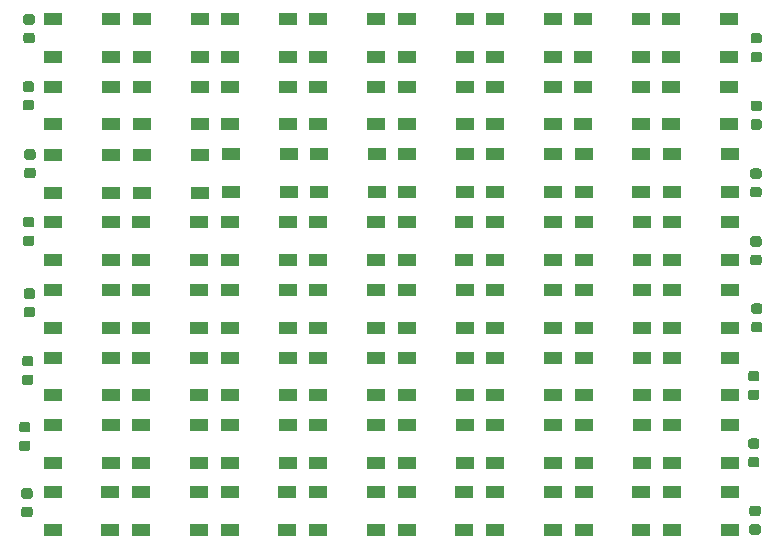
<source format=gbr>
G04 #@! TF.GenerationSoftware,KiCad,Pcbnew,(5.1.4)-1*
G04 #@! TF.CreationDate,2020-09-22T21:35:24+03:00*
G04 #@! TF.ProjectId,ws8212b_disp,77733832-3132-4625-9f64-6973702e6b69,rev?*
G04 #@! TF.SameCoordinates,Original*
G04 #@! TF.FileFunction,Paste,Top*
G04 #@! TF.FilePolarity,Positive*
%FSLAX46Y46*%
G04 Gerber Fmt 4.6, Leading zero omitted, Abs format (unit mm)*
G04 Created by KiCad (PCBNEW (5.1.4)-1) date 2020-09-22 21:35:24*
%MOMM*%
%LPD*%
G04 APERTURE LIST*
%ADD10C,0.100000*%
%ADD11C,0.875000*%
%ADD12R,1.500000X1.000000*%
G04 APERTURE END LIST*
D10*
G36*
X32408691Y-63698653D02*
G01*
X32429926Y-63701803D01*
X32450750Y-63707019D01*
X32470962Y-63714251D01*
X32490368Y-63723430D01*
X32508781Y-63734466D01*
X32526024Y-63747254D01*
X32541930Y-63761670D01*
X32556346Y-63777576D01*
X32569134Y-63794819D01*
X32580170Y-63813232D01*
X32589349Y-63832638D01*
X32596581Y-63852850D01*
X32601797Y-63873674D01*
X32604947Y-63894909D01*
X32606000Y-63916350D01*
X32606000Y-64353850D01*
X32604947Y-64375291D01*
X32601797Y-64396526D01*
X32596581Y-64417350D01*
X32589349Y-64437562D01*
X32580170Y-64456968D01*
X32569134Y-64475381D01*
X32556346Y-64492624D01*
X32541930Y-64508530D01*
X32526024Y-64522946D01*
X32508781Y-64535734D01*
X32490368Y-64546770D01*
X32470962Y-64555949D01*
X32450750Y-64563181D01*
X32429926Y-64568397D01*
X32408691Y-64571547D01*
X32387250Y-64572600D01*
X31874750Y-64572600D01*
X31853309Y-64571547D01*
X31832074Y-64568397D01*
X31811250Y-64563181D01*
X31791038Y-64555949D01*
X31771632Y-64546770D01*
X31753219Y-64535734D01*
X31735976Y-64522946D01*
X31720070Y-64508530D01*
X31705654Y-64492624D01*
X31692866Y-64475381D01*
X31681830Y-64456968D01*
X31672651Y-64437562D01*
X31665419Y-64417350D01*
X31660203Y-64396526D01*
X31657053Y-64375291D01*
X31656000Y-64353850D01*
X31656000Y-63916350D01*
X31657053Y-63894909D01*
X31660203Y-63873674D01*
X31665419Y-63852850D01*
X31672651Y-63832638D01*
X31681830Y-63813232D01*
X31692866Y-63794819D01*
X31705654Y-63777576D01*
X31720070Y-63761670D01*
X31735976Y-63747254D01*
X31753219Y-63734466D01*
X31771632Y-63723430D01*
X31791038Y-63714251D01*
X31811250Y-63707019D01*
X31832074Y-63701803D01*
X31853309Y-63698653D01*
X31874750Y-63697600D01*
X32387250Y-63697600D01*
X32408691Y-63698653D01*
X32408691Y-63698653D01*
G37*
D11*
X32131000Y-64135100D03*
D10*
G36*
X32408691Y-62123653D02*
G01*
X32429926Y-62126803D01*
X32450750Y-62132019D01*
X32470962Y-62139251D01*
X32490368Y-62148430D01*
X32508781Y-62159466D01*
X32526024Y-62172254D01*
X32541930Y-62186670D01*
X32556346Y-62202576D01*
X32569134Y-62219819D01*
X32580170Y-62238232D01*
X32589349Y-62257638D01*
X32596581Y-62277850D01*
X32601797Y-62298674D01*
X32604947Y-62319909D01*
X32606000Y-62341350D01*
X32606000Y-62778850D01*
X32604947Y-62800291D01*
X32601797Y-62821526D01*
X32596581Y-62842350D01*
X32589349Y-62862562D01*
X32580170Y-62881968D01*
X32569134Y-62900381D01*
X32556346Y-62917624D01*
X32541930Y-62933530D01*
X32526024Y-62947946D01*
X32508781Y-62960734D01*
X32490368Y-62971770D01*
X32470962Y-62980949D01*
X32450750Y-62988181D01*
X32429926Y-62993397D01*
X32408691Y-62996547D01*
X32387250Y-62997600D01*
X31874750Y-62997600D01*
X31853309Y-62996547D01*
X31832074Y-62993397D01*
X31811250Y-62988181D01*
X31791038Y-62980949D01*
X31771632Y-62971770D01*
X31753219Y-62960734D01*
X31735976Y-62947946D01*
X31720070Y-62933530D01*
X31705654Y-62917624D01*
X31692866Y-62900381D01*
X31681830Y-62881968D01*
X31672651Y-62862562D01*
X31665419Y-62842350D01*
X31660203Y-62821526D01*
X31657053Y-62800291D01*
X31656000Y-62778850D01*
X31656000Y-62341350D01*
X31657053Y-62319909D01*
X31660203Y-62298674D01*
X31665419Y-62277850D01*
X31672651Y-62257638D01*
X31681830Y-62238232D01*
X31692866Y-62219819D01*
X31705654Y-62202576D01*
X31720070Y-62186670D01*
X31735976Y-62172254D01*
X31753219Y-62159466D01*
X31771632Y-62148430D01*
X31791038Y-62139251D01*
X31811250Y-62132019D01*
X31832074Y-62126803D01*
X31853309Y-62123653D01*
X31874750Y-62122600D01*
X32387250Y-62122600D01*
X32408691Y-62123653D01*
X32408691Y-62123653D01*
G37*
D11*
X32131000Y-62560100D03*
D12*
X34253000Y-56845400D03*
X34253000Y-60045400D03*
X39153000Y-56845400D03*
X39153000Y-60045400D03*
X34253000Y-62560400D03*
X34253000Y-65760400D03*
X39153000Y-62560400D03*
X39153000Y-65760400D03*
X34253000Y-68326200D03*
X34253000Y-71526200D03*
X39153000Y-68326200D03*
X39153000Y-71526200D03*
X34227600Y-74041200D03*
X34227600Y-77241200D03*
X39127600Y-74041200D03*
X39127600Y-77241200D03*
X41746000Y-56845400D03*
X41746000Y-60045400D03*
X46646000Y-56845400D03*
X46646000Y-60045400D03*
X41720600Y-62560400D03*
X41720600Y-65760400D03*
X46620600Y-62560400D03*
X46620600Y-65760400D03*
X41746000Y-68326200D03*
X41746000Y-71526200D03*
X46646000Y-68326200D03*
X46646000Y-71526200D03*
X41695200Y-74041200D03*
X41695200Y-77241200D03*
X46595200Y-74041200D03*
X46595200Y-77241200D03*
X49213600Y-56845400D03*
X49213600Y-60045400D03*
X54113600Y-56845400D03*
X54113600Y-60045400D03*
X49188200Y-62560400D03*
X49188200Y-65760400D03*
X54088200Y-62560400D03*
X54088200Y-65760400D03*
X49264400Y-68300800D03*
X49264400Y-71500800D03*
X54164400Y-68300800D03*
X54164400Y-71500800D03*
X49188200Y-74041200D03*
X49188200Y-77241200D03*
X54088200Y-74041200D03*
X54088200Y-77241200D03*
X56681200Y-56845400D03*
X56681200Y-60045400D03*
X61581200Y-56845400D03*
X61581200Y-60045400D03*
X56655800Y-62560400D03*
X56655800Y-65760400D03*
X61555800Y-62560400D03*
X61555800Y-65760400D03*
X56732000Y-68300800D03*
X56732000Y-71500800D03*
X61632000Y-68300800D03*
X61632000Y-71500800D03*
X56655800Y-74041200D03*
X56655800Y-77241200D03*
X61555800Y-74041200D03*
X61555800Y-77241200D03*
X64174200Y-56845400D03*
X64174200Y-60045400D03*
X69074200Y-56845400D03*
X69074200Y-60045400D03*
X64174200Y-62560400D03*
X64174200Y-65760400D03*
X69074200Y-62560400D03*
X69074200Y-65760400D03*
X64199600Y-68300800D03*
X64199600Y-71500800D03*
X69099600Y-68300800D03*
X69099600Y-71500800D03*
X64148800Y-74041200D03*
X64148800Y-77241200D03*
X69048800Y-74041200D03*
X69048800Y-77241200D03*
X71641800Y-56845400D03*
X71641800Y-60045400D03*
X76541800Y-56845400D03*
X76541800Y-60045400D03*
X71641800Y-62560400D03*
X71641800Y-65760400D03*
X76541800Y-62560400D03*
X76541800Y-65760400D03*
X71667200Y-68300800D03*
X71667200Y-71500800D03*
X76567200Y-68300800D03*
X76567200Y-71500800D03*
X71641800Y-74041200D03*
X71641800Y-77241200D03*
X76541800Y-74041200D03*
X76541800Y-77241200D03*
X79109400Y-56845400D03*
X79109400Y-60045400D03*
X84009400Y-56845400D03*
X84009400Y-60045400D03*
X79109400Y-62560400D03*
X79109400Y-65760400D03*
X84009400Y-62560400D03*
X84009400Y-65760400D03*
X79134800Y-68300800D03*
X79134800Y-71500800D03*
X84034800Y-68300800D03*
X84034800Y-71500800D03*
X79160200Y-74041200D03*
X79160200Y-77241200D03*
X84060200Y-74041200D03*
X84060200Y-77241200D03*
X86577000Y-56845400D03*
X86577000Y-60045400D03*
X91477000Y-56845400D03*
X91477000Y-60045400D03*
X86577000Y-62560400D03*
X86577000Y-65760400D03*
X91477000Y-62560400D03*
X91477000Y-65760400D03*
X86602400Y-68300800D03*
X86602400Y-71500800D03*
X91502400Y-68300800D03*
X91502400Y-71500800D03*
X86627800Y-74041200D03*
X86627800Y-77241200D03*
X91527800Y-74041200D03*
X91527800Y-77241200D03*
X34202200Y-79781600D03*
X34202200Y-82981600D03*
X39102200Y-79781600D03*
X39102200Y-82981600D03*
X34202200Y-85496600D03*
X34202200Y-88696600D03*
X39102200Y-85496600D03*
X39102200Y-88696600D03*
X34202200Y-91211600D03*
X34202200Y-94411600D03*
X39102200Y-91211600D03*
X39102200Y-94411600D03*
X34176800Y-96901200D03*
X34176800Y-100101200D03*
X39076800Y-96901200D03*
X39076800Y-100101200D03*
X41695200Y-79781600D03*
X41695200Y-82981600D03*
X46595200Y-79781600D03*
X46595200Y-82981600D03*
X41695200Y-85496600D03*
X41695200Y-88696600D03*
X46595200Y-85496600D03*
X46595200Y-88696600D03*
X41695200Y-91211600D03*
X41695200Y-94411600D03*
X46595200Y-91211600D03*
X46595200Y-94411600D03*
X41669800Y-96901200D03*
X41669800Y-100101200D03*
X46569800Y-96901200D03*
X46569800Y-100101200D03*
X49188200Y-79781600D03*
X49188200Y-82981600D03*
X54088200Y-79781600D03*
X54088200Y-82981600D03*
X49188200Y-85496600D03*
X49188200Y-88696600D03*
X54088200Y-85496600D03*
X54088200Y-88696600D03*
X49188200Y-91211600D03*
X49188200Y-94411600D03*
X54088200Y-91211600D03*
X54088200Y-94411600D03*
X49162800Y-96901200D03*
X49162800Y-100101200D03*
X54062800Y-96901200D03*
X54062800Y-100101200D03*
X56681200Y-79781600D03*
X56681200Y-82981600D03*
X61581200Y-79781600D03*
X61581200Y-82981600D03*
X56681200Y-85496600D03*
X56681200Y-88696600D03*
X61581200Y-85496600D03*
X61581200Y-88696600D03*
X56681200Y-91211600D03*
X56681200Y-94411600D03*
X61581200Y-91211600D03*
X61581200Y-94411600D03*
X56655800Y-96901200D03*
X56655800Y-100101200D03*
X61555800Y-96901200D03*
X61555800Y-100101200D03*
X64174200Y-79781600D03*
X64174200Y-82981600D03*
X69074200Y-79781600D03*
X69074200Y-82981600D03*
X64174200Y-85496600D03*
X64174200Y-88696600D03*
X69074200Y-85496600D03*
X69074200Y-88696600D03*
X64174200Y-91211600D03*
X64174200Y-94411600D03*
X69074200Y-91211600D03*
X69074200Y-94411600D03*
X64148800Y-96901200D03*
X64148800Y-100101200D03*
X69048800Y-96901200D03*
X69048800Y-100101200D03*
X71667200Y-79781600D03*
X71667200Y-82981600D03*
X76567200Y-79781600D03*
X76567200Y-82981600D03*
X71667200Y-85496600D03*
X71667200Y-88696600D03*
X76567200Y-85496600D03*
X76567200Y-88696600D03*
X71667200Y-91211600D03*
X71667200Y-94411600D03*
X76567200Y-91211600D03*
X76567200Y-94411600D03*
X71641800Y-96901200D03*
X71641800Y-100101200D03*
X76541800Y-96901200D03*
X76541800Y-100101200D03*
X79160200Y-79781600D03*
X79160200Y-82981600D03*
X84060200Y-79781600D03*
X84060200Y-82981600D03*
X79160200Y-85496600D03*
X79160200Y-88696600D03*
X84060200Y-85496600D03*
X84060200Y-88696600D03*
X79160200Y-91211600D03*
X79160200Y-94411600D03*
X84060200Y-91211600D03*
X84060200Y-94411600D03*
X79134800Y-96901200D03*
X79134800Y-100101200D03*
X84034800Y-96901200D03*
X84034800Y-100101200D03*
X86653200Y-79781600D03*
X86653200Y-82981600D03*
X91553200Y-79781600D03*
X91553200Y-82981600D03*
X86653200Y-85496600D03*
X86653200Y-88696600D03*
X91553200Y-85496600D03*
X91553200Y-88696600D03*
X86653200Y-91211600D03*
X86653200Y-94411600D03*
X91553200Y-91211600D03*
X91553200Y-94411600D03*
X86627800Y-96901200D03*
X86627800Y-100101200D03*
X91527800Y-96901200D03*
X91527800Y-100101200D03*
D10*
G36*
X94029091Y-65324253D02*
G01*
X94050326Y-65327403D01*
X94071150Y-65332619D01*
X94091362Y-65339851D01*
X94110768Y-65349030D01*
X94129181Y-65360066D01*
X94146424Y-65372854D01*
X94162330Y-65387270D01*
X94176746Y-65403176D01*
X94189534Y-65420419D01*
X94200570Y-65438832D01*
X94209749Y-65458238D01*
X94216981Y-65478450D01*
X94222197Y-65499274D01*
X94225347Y-65520509D01*
X94226400Y-65541950D01*
X94226400Y-65979450D01*
X94225347Y-66000891D01*
X94222197Y-66022126D01*
X94216981Y-66042950D01*
X94209749Y-66063162D01*
X94200570Y-66082568D01*
X94189534Y-66100981D01*
X94176746Y-66118224D01*
X94162330Y-66134130D01*
X94146424Y-66148546D01*
X94129181Y-66161334D01*
X94110768Y-66172370D01*
X94091362Y-66181549D01*
X94071150Y-66188781D01*
X94050326Y-66193997D01*
X94029091Y-66197147D01*
X94007650Y-66198200D01*
X93495150Y-66198200D01*
X93473709Y-66197147D01*
X93452474Y-66193997D01*
X93431650Y-66188781D01*
X93411438Y-66181549D01*
X93392032Y-66172370D01*
X93373619Y-66161334D01*
X93356376Y-66148546D01*
X93340470Y-66134130D01*
X93326054Y-66118224D01*
X93313266Y-66100981D01*
X93302230Y-66082568D01*
X93293051Y-66063162D01*
X93285819Y-66042950D01*
X93280603Y-66022126D01*
X93277453Y-66000891D01*
X93276400Y-65979450D01*
X93276400Y-65541950D01*
X93277453Y-65520509D01*
X93280603Y-65499274D01*
X93285819Y-65478450D01*
X93293051Y-65458238D01*
X93302230Y-65438832D01*
X93313266Y-65420419D01*
X93326054Y-65403176D01*
X93340470Y-65387270D01*
X93356376Y-65372854D01*
X93373619Y-65360066D01*
X93392032Y-65349030D01*
X93411438Y-65339851D01*
X93431650Y-65332619D01*
X93452474Y-65327403D01*
X93473709Y-65324253D01*
X93495150Y-65323200D01*
X94007650Y-65323200D01*
X94029091Y-65324253D01*
X94029091Y-65324253D01*
G37*
D11*
X93751400Y-65760700D03*
D10*
G36*
X94029091Y-63749253D02*
G01*
X94050326Y-63752403D01*
X94071150Y-63757619D01*
X94091362Y-63764851D01*
X94110768Y-63774030D01*
X94129181Y-63785066D01*
X94146424Y-63797854D01*
X94162330Y-63812270D01*
X94176746Y-63828176D01*
X94189534Y-63845419D01*
X94200570Y-63863832D01*
X94209749Y-63883238D01*
X94216981Y-63903450D01*
X94222197Y-63924274D01*
X94225347Y-63945509D01*
X94226400Y-63966950D01*
X94226400Y-64404450D01*
X94225347Y-64425891D01*
X94222197Y-64447126D01*
X94216981Y-64467950D01*
X94209749Y-64488162D01*
X94200570Y-64507568D01*
X94189534Y-64525981D01*
X94176746Y-64543224D01*
X94162330Y-64559130D01*
X94146424Y-64573546D01*
X94129181Y-64586334D01*
X94110768Y-64597370D01*
X94091362Y-64606549D01*
X94071150Y-64613781D01*
X94050326Y-64618997D01*
X94029091Y-64622147D01*
X94007650Y-64623200D01*
X93495150Y-64623200D01*
X93473709Y-64622147D01*
X93452474Y-64618997D01*
X93431650Y-64613781D01*
X93411438Y-64606549D01*
X93392032Y-64597370D01*
X93373619Y-64586334D01*
X93356376Y-64573546D01*
X93340470Y-64559130D01*
X93326054Y-64543224D01*
X93313266Y-64525981D01*
X93302230Y-64507568D01*
X93293051Y-64488162D01*
X93285819Y-64467950D01*
X93280603Y-64447126D01*
X93277453Y-64425891D01*
X93276400Y-64404450D01*
X93276400Y-63966950D01*
X93277453Y-63945509D01*
X93280603Y-63924274D01*
X93285819Y-63903450D01*
X93293051Y-63883238D01*
X93302230Y-63863832D01*
X93313266Y-63845419D01*
X93326054Y-63828176D01*
X93340470Y-63812270D01*
X93356376Y-63797854D01*
X93373619Y-63785066D01*
X93392032Y-63774030D01*
X93411438Y-63764851D01*
X93431650Y-63757619D01*
X93452474Y-63752403D01*
X93473709Y-63749253D01*
X93495150Y-63748200D01*
X94007650Y-63748200D01*
X94029091Y-63749253D01*
X94029091Y-63749253D01*
G37*
D11*
X93751400Y-64185700D03*
D10*
G36*
X93825891Y-88209653D02*
G01*
X93847126Y-88212803D01*
X93867950Y-88218019D01*
X93888162Y-88225251D01*
X93907568Y-88234430D01*
X93925981Y-88245466D01*
X93943224Y-88258254D01*
X93959130Y-88272670D01*
X93973546Y-88288576D01*
X93986334Y-88305819D01*
X93997370Y-88324232D01*
X94006549Y-88343638D01*
X94013781Y-88363850D01*
X94018997Y-88384674D01*
X94022147Y-88405909D01*
X94023200Y-88427350D01*
X94023200Y-88864850D01*
X94022147Y-88886291D01*
X94018997Y-88907526D01*
X94013781Y-88928350D01*
X94006549Y-88948562D01*
X93997370Y-88967968D01*
X93986334Y-88986381D01*
X93973546Y-89003624D01*
X93959130Y-89019530D01*
X93943224Y-89033946D01*
X93925981Y-89046734D01*
X93907568Y-89057770D01*
X93888162Y-89066949D01*
X93867950Y-89074181D01*
X93847126Y-89079397D01*
X93825891Y-89082547D01*
X93804450Y-89083600D01*
X93291950Y-89083600D01*
X93270509Y-89082547D01*
X93249274Y-89079397D01*
X93228450Y-89074181D01*
X93208238Y-89066949D01*
X93188832Y-89057770D01*
X93170419Y-89046734D01*
X93153176Y-89033946D01*
X93137270Y-89019530D01*
X93122854Y-89003624D01*
X93110066Y-88986381D01*
X93099030Y-88967968D01*
X93089851Y-88948562D01*
X93082619Y-88928350D01*
X93077403Y-88907526D01*
X93074253Y-88886291D01*
X93073200Y-88864850D01*
X93073200Y-88427350D01*
X93074253Y-88405909D01*
X93077403Y-88384674D01*
X93082619Y-88363850D01*
X93089851Y-88343638D01*
X93099030Y-88324232D01*
X93110066Y-88305819D01*
X93122854Y-88288576D01*
X93137270Y-88272670D01*
X93153176Y-88258254D01*
X93170419Y-88245466D01*
X93188832Y-88234430D01*
X93208238Y-88225251D01*
X93228450Y-88218019D01*
X93249274Y-88212803D01*
X93270509Y-88209653D01*
X93291950Y-88208600D01*
X93804450Y-88208600D01*
X93825891Y-88209653D01*
X93825891Y-88209653D01*
G37*
D11*
X93548200Y-88646100D03*
D10*
G36*
X93825891Y-86634653D02*
G01*
X93847126Y-86637803D01*
X93867950Y-86643019D01*
X93888162Y-86650251D01*
X93907568Y-86659430D01*
X93925981Y-86670466D01*
X93943224Y-86683254D01*
X93959130Y-86697670D01*
X93973546Y-86713576D01*
X93986334Y-86730819D01*
X93997370Y-86749232D01*
X94006549Y-86768638D01*
X94013781Y-86788850D01*
X94018997Y-86809674D01*
X94022147Y-86830909D01*
X94023200Y-86852350D01*
X94023200Y-87289850D01*
X94022147Y-87311291D01*
X94018997Y-87332526D01*
X94013781Y-87353350D01*
X94006549Y-87373562D01*
X93997370Y-87392968D01*
X93986334Y-87411381D01*
X93973546Y-87428624D01*
X93959130Y-87444530D01*
X93943224Y-87458946D01*
X93925981Y-87471734D01*
X93907568Y-87482770D01*
X93888162Y-87491949D01*
X93867950Y-87499181D01*
X93847126Y-87504397D01*
X93825891Y-87507547D01*
X93804450Y-87508600D01*
X93291950Y-87508600D01*
X93270509Y-87507547D01*
X93249274Y-87504397D01*
X93228450Y-87499181D01*
X93208238Y-87491949D01*
X93188832Y-87482770D01*
X93170419Y-87471734D01*
X93153176Y-87458946D01*
X93137270Y-87444530D01*
X93122854Y-87428624D01*
X93110066Y-87411381D01*
X93099030Y-87392968D01*
X93089851Y-87373562D01*
X93082619Y-87353350D01*
X93077403Y-87332526D01*
X93074253Y-87311291D01*
X93073200Y-87289850D01*
X93073200Y-86852350D01*
X93074253Y-86830909D01*
X93077403Y-86809674D01*
X93082619Y-86788850D01*
X93089851Y-86768638D01*
X93099030Y-86749232D01*
X93110066Y-86730819D01*
X93122854Y-86713576D01*
X93137270Y-86697670D01*
X93153176Y-86683254D01*
X93170419Y-86670466D01*
X93188832Y-86659430D01*
X93208238Y-86650251D01*
X93228450Y-86643019D01*
X93249274Y-86637803D01*
X93270509Y-86634653D01*
X93291950Y-86633600D01*
X93804450Y-86633600D01*
X93825891Y-86634653D01*
X93825891Y-86634653D01*
G37*
D11*
X93548200Y-87071100D03*
D10*
G36*
X32103891Y-92527653D02*
G01*
X32125126Y-92530803D01*
X32145950Y-92536019D01*
X32166162Y-92543251D01*
X32185568Y-92552430D01*
X32203981Y-92563466D01*
X32221224Y-92576254D01*
X32237130Y-92590670D01*
X32251546Y-92606576D01*
X32264334Y-92623819D01*
X32275370Y-92642232D01*
X32284549Y-92661638D01*
X32291781Y-92681850D01*
X32296997Y-92702674D01*
X32300147Y-92723909D01*
X32301200Y-92745350D01*
X32301200Y-93182850D01*
X32300147Y-93204291D01*
X32296997Y-93225526D01*
X32291781Y-93246350D01*
X32284549Y-93266562D01*
X32275370Y-93285968D01*
X32264334Y-93304381D01*
X32251546Y-93321624D01*
X32237130Y-93337530D01*
X32221224Y-93351946D01*
X32203981Y-93364734D01*
X32185568Y-93375770D01*
X32166162Y-93384949D01*
X32145950Y-93392181D01*
X32125126Y-93397397D01*
X32103891Y-93400547D01*
X32082450Y-93401600D01*
X31569950Y-93401600D01*
X31548509Y-93400547D01*
X31527274Y-93397397D01*
X31506450Y-93392181D01*
X31486238Y-93384949D01*
X31466832Y-93375770D01*
X31448419Y-93364734D01*
X31431176Y-93351946D01*
X31415270Y-93337530D01*
X31400854Y-93321624D01*
X31388066Y-93304381D01*
X31377030Y-93285968D01*
X31367851Y-93266562D01*
X31360619Y-93246350D01*
X31355403Y-93225526D01*
X31352253Y-93204291D01*
X31351200Y-93182850D01*
X31351200Y-92745350D01*
X31352253Y-92723909D01*
X31355403Y-92702674D01*
X31360619Y-92681850D01*
X31367851Y-92661638D01*
X31377030Y-92642232D01*
X31388066Y-92623819D01*
X31400854Y-92606576D01*
X31415270Y-92590670D01*
X31431176Y-92576254D01*
X31448419Y-92563466D01*
X31466832Y-92552430D01*
X31486238Y-92543251D01*
X31506450Y-92536019D01*
X31527274Y-92530803D01*
X31548509Y-92527653D01*
X31569950Y-92526600D01*
X32082450Y-92526600D01*
X32103891Y-92527653D01*
X32103891Y-92527653D01*
G37*
D11*
X31826200Y-92964100D03*
D10*
G36*
X32103891Y-90952653D02*
G01*
X32125126Y-90955803D01*
X32145950Y-90961019D01*
X32166162Y-90968251D01*
X32185568Y-90977430D01*
X32203981Y-90988466D01*
X32221224Y-91001254D01*
X32237130Y-91015670D01*
X32251546Y-91031576D01*
X32264334Y-91048819D01*
X32275370Y-91067232D01*
X32284549Y-91086638D01*
X32291781Y-91106850D01*
X32296997Y-91127674D01*
X32300147Y-91148909D01*
X32301200Y-91170350D01*
X32301200Y-91607850D01*
X32300147Y-91629291D01*
X32296997Y-91650526D01*
X32291781Y-91671350D01*
X32284549Y-91691562D01*
X32275370Y-91710968D01*
X32264334Y-91729381D01*
X32251546Y-91746624D01*
X32237130Y-91762530D01*
X32221224Y-91776946D01*
X32203981Y-91789734D01*
X32185568Y-91800770D01*
X32166162Y-91809949D01*
X32145950Y-91817181D01*
X32125126Y-91822397D01*
X32103891Y-91825547D01*
X32082450Y-91826600D01*
X31569950Y-91826600D01*
X31548509Y-91825547D01*
X31527274Y-91822397D01*
X31506450Y-91817181D01*
X31486238Y-91809949D01*
X31466832Y-91800770D01*
X31448419Y-91789734D01*
X31431176Y-91776946D01*
X31415270Y-91762530D01*
X31400854Y-91746624D01*
X31388066Y-91729381D01*
X31377030Y-91710968D01*
X31367851Y-91691562D01*
X31360619Y-91671350D01*
X31355403Y-91650526D01*
X31352253Y-91629291D01*
X31351200Y-91607850D01*
X31351200Y-91170350D01*
X31352253Y-91148909D01*
X31355403Y-91127674D01*
X31360619Y-91106850D01*
X31367851Y-91086638D01*
X31377030Y-91067232D01*
X31388066Y-91048819D01*
X31400854Y-91031576D01*
X31415270Y-91015670D01*
X31431176Y-91001254D01*
X31448419Y-90988466D01*
X31466832Y-90977430D01*
X31486238Y-90968251D01*
X31506450Y-90961019D01*
X31527274Y-90955803D01*
X31548509Y-90952653D01*
X31569950Y-90951600D01*
X32082450Y-90951600D01*
X32103891Y-90952653D01*
X32103891Y-90952653D01*
G37*
D11*
X31826200Y-91389100D03*
D10*
G36*
X93927491Y-99614253D02*
G01*
X93948726Y-99617403D01*
X93969550Y-99622619D01*
X93989762Y-99629851D01*
X94009168Y-99639030D01*
X94027581Y-99650066D01*
X94044824Y-99662854D01*
X94060730Y-99677270D01*
X94075146Y-99693176D01*
X94087934Y-99710419D01*
X94098970Y-99728832D01*
X94108149Y-99748238D01*
X94115381Y-99768450D01*
X94120597Y-99789274D01*
X94123747Y-99810509D01*
X94124800Y-99831950D01*
X94124800Y-100269450D01*
X94123747Y-100290891D01*
X94120597Y-100312126D01*
X94115381Y-100332950D01*
X94108149Y-100353162D01*
X94098970Y-100372568D01*
X94087934Y-100390981D01*
X94075146Y-100408224D01*
X94060730Y-100424130D01*
X94044824Y-100438546D01*
X94027581Y-100451334D01*
X94009168Y-100462370D01*
X93989762Y-100471549D01*
X93969550Y-100478781D01*
X93948726Y-100483997D01*
X93927491Y-100487147D01*
X93906050Y-100488200D01*
X93393550Y-100488200D01*
X93372109Y-100487147D01*
X93350874Y-100483997D01*
X93330050Y-100478781D01*
X93309838Y-100471549D01*
X93290432Y-100462370D01*
X93272019Y-100451334D01*
X93254776Y-100438546D01*
X93238870Y-100424130D01*
X93224454Y-100408224D01*
X93211666Y-100390981D01*
X93200630Y-100372568D01*
X93191451Y-100353162D01*
X93184219Y-100332950D01*
X93179003Y-100312126D01*
X93175853Y-100290891D01*
X93174800Y-100269450D01*
X93174800Y-99831950D01*
X93175853Y-99810509D01*
X93179003Y-99789274D01*
X93184219Y-99768450D01*
X93191451Y-99748238D01*
X93200630Y-99728832D01*
X93211666Y-99710419D01*
X93224454Y-99693176D01*
X93238870Y-99677270D01*
X93254776Y-99662854D01*
X93272019Y-99650066D01*
X93290432Y-99639030D01*
X93309838Y-99629851D01*
X93330050Y-99622619D01*
X93350874Y-99617403D01*
X93372109Y-99614253D01*
X93393550Y-99613200D01*
X93906050Y-99613200D01*
X93927491Y-99614253D01*
X93927491Y-99614253D01*
G37*
D11*
X93649800Y-100050700D03*
D10*
G36*
X93927491Y-98039253D02*
G01*
X93948726Y-98042403D01*
X93969550Y-98047619D01*
X93989762Y-98054851D01*
X94009168Y-98064030D01*
X94027581Y-98075066D01*
X94044824Y-98087854D01*
X94060730Y-98102270D01*
X94075146Y-98118176D01*
X94087934Y-98135419D01*
X94098970Y-98153832D01*
X94108149Y-98173238D01*
X94115381Y-98193450D01*
X94120597Y-98214274D01*
X94123747Y-98235509D01*
X94124800Y-98256950D01*
X94124800Y-98694450D01*
X94123747Y-98715891D01*
X94120597Y-98737126D01*
X94115381Y-98757950D01*
X94108149Y-98778162D01*
X94098970Y-98797568D01*
X94087934Y-98815981D01*
X94075146Y-98833224D01*
X94060730Y-98849130D01*
X94044824Y-98863546D01*
X94027581Y-98876334D01*
X94009168Y-98887370D01*
X93989762Y-98896549D01*
X93969550Y-98903781D01*
X93948726Y-98908997D01*
X93927491Y-98912147D01*
X93906050Y-98913200D01*
X93393550Y-98913200D01*
X93372109Y-98912147D01*
X93350874Y-98908997D01*
X93330050Y-98903781D01*
X93309838Y-98896549D01*
X93290432Y-98887370D01*
X93272019Y-98876334D01*
X93254776Y-98863546D01*
X93238870Y-98849130D01*
X93224454Y-98833224D01*
X93211666Y-98815981D01*
X93200630Y-98797568D01*
X93191451Y-98778162D01*
X93184219Y-98757950D01*
X93179003Y-98737126D01*
X93175853Y-98715891D01*
X93174800Y-98694450D01*
X93174800Y-98256950D01*
X93175853Y-98235509D01*
X93179003Y-98214274D01*
X93184219Y-98193450D01*
X93191451Y-98173238D01*
X93200630Y-98153832D01*
X93211666Y-98135419D01*
X93224454Y-98118176D01*
X93238870Y-98102270D01*
X93254776Y-98087854D01*
X93272019Y-98075066D01*
X93290432Y-98064030D01*
X93309838Y-98054851D01*
X93330050Y-98047619D01*
X93350874Y-98042403D01*
X93372109Y-98039253D01*
X93393550Y-98038200D01*
X93906050Y-98038200D01*
X93927491Y-98039253D01*
X93927491Y-98039253D01*
G37*
D11*
X93649800Y-98475700D03*
D10*
G36*
X32281691Y-98141053D02*
G01*
X32302926Y-98144203D01*
X32323750Y-98149419D01*
X32343962Y-98156651D01*
X32363368Y-98165830D01*
X32381781Y-98176866D01*
X32399024Y-98189654D01*
X32414930Y-98204070D01*
X32429346Y-98219976D01*
X32442134Y-98237219D01*
X32453170Y-98255632D01*
X32462349Y-98275038D01*
X32469581Y-98295250D01*
X32474797Y-98316074D01*
X32477947Y-98337309D01*
X32479000Y-98358750D01*
X32479000Y-98796250D01*
X32477947Y-98817691D01*
X32474797Y-98838926D01*
X32469581Y-98859750D01*
X32462349Y-98879962D01*
X32453170Y-98899368D01*
X32442134Y-98917781D01*
X32429346Y-98935024D01*
X32414930Y-98950930D01*
X32399024Y-98965346D01*
X32381781Y-98978134D01*
X32363368Y-98989170D01*
X32343962Y-98998349D01*
X32323750Y-99005581D01*
X32302926Y-99010797D01*
X32281691Y-99013947D01*
X32260250Y-99015000D01*
X31747750Y-99015000D01*
X31726309Y-99013947D01*
X31705074Y-99010797D01*
X31684250Y-99005581D01*
X31664038Y-98998349D01*
X31644632Y-98989170D01*
X31626219Y-98978134D01*
X31608976Y-98965346D01*
X31593070Y-98950930D01*
X31578654Y-98935024D01*
X31565866Y-98917781D01*
X31554830Y-98899368D01*
X31545651Y-98879962D01*
X31538419Y-98859750D01*
X31533203Y-98838926D01*
X31530053Y-98817691D01*
X31529000Y-98796250D01*
X31529000Y-98358750D01*
X31530053Y-98337309D01*
X31533203Y-98316074D01*
X31538419Y-98295250D01*
X31545651Y-98275038D01*
X31554830Y-98255632D01*
X31565866Y-98237219D01*
X31578654Y-98219976D01*
X31593070Y-98204070D01*
X31608976Y-98189654D01*
X31626219Y-98176866D01*
X31644632Y-98165830D01*
X31664038Y-98156651D01*
X31684250Y-98149419D01*
X31705074Y-98144203D01*
X31726309Y-98141053D01*
X31747750Y-98140000D01*
X32260250Y-98140000D01*
X32281691Y-98141053D01*
X32281691Y-98141053D01*
G37*
D11*
X32004000Y-98577500D03*
D10*
G36*
X32281691Y-96566053D02*
G01*
X32302926Y-96569203D01*
X32323750Y-96574419D01*
X32343962Y-96581651D01*
X32363368Y-96590830D01*
X32381781Y-96601866D01*
X32399024Y-96614654D01*
X32414930Y-96629070D01*
X32429346Y-96644976D01*
X32442134Y-96662219D01*
X32453170Y-96680632D01*
X32462349Y-96700038D01*
X32469581Y-96720250D01*
X32474797Y-96741074D01*
X32477947Y-96762309D01*
X32479000Y-96783750D01*
X32479000Y-97221250D01*
X32477947Y-97242691D01*
X32474797Y-97263926D01*
X32469581Y-97284750D01*
X32462349Y-97304962D01*
X32453170Y-97324368D01*
X32442134Y-97342781D01*
X32429346Y-97360024D01*
X32414930Y-97375930D01*
X32399024Y-97390346D01*
X32381781Y-97403134D01*
X32363368Y-97414170D01*
X32343962Y-97423349D01*
X32323750Y-97430581D01*
X32302926Y-97435797D01*
X32281691Y-97438947D01*
X32260250Y-97440000D01*
X31747750Y-97440000D01*
X31726309Y-97438947D01*
X31705074Y-97435797D01*
X31684250Y-97430581D01*
X31664038Y-97423349D01*
X31644632Y-97414170D01*
X31626219Y-97403134D01*
X31608976Y-97390346D01*
X31593070Y-97375930D01*
X31578654Y-97360024D01*
X31565866Y-97342781D01*
X31554830Y-97324368D01*
X31545651Y-97304962D01*
X31538419Y-97284750D01*
X31533203Y-97263926D01*
X31530053Y-97242691D01*
X31529000Y-97221250D01*
X31529000Y-96783750D01*
X31530053Y-96762309D01*
X31533203Y-96741074D01*
X31538419Y-96720250D01*
X31545651Y-96700038D01*
X31554830Y-96680632D01*
X31565866Y-96662219D01*
X31578654Y-96644976D01*
X31593070Y-96629070D01*
X31608976Y-96614654D01*
X31626219Y-96601866D01*
X31644632Y-96590830D01*
X31664038Y-96581651D01*
X31684250Y-96574419D01*
X31705074Y-96569203D01*
X31726309Y-96566053D01*
X31747750Y-96565000D01*
X32260250Y-96565000D01*
X32281691Y-96566053D01*
X32281691Y-96566053D01*
G37*
D11*
X32004000Y-97002500D03*
D10*
G36*
X32434091Y-75179453D02*
G01*
X32455326Y-75182603D01*
X32476150Y-75187819D01*
X32496362Y-75195051D01*
X32515768Y-75204230D01*
X32534181Y-75215266D01*
X32551424Y-75228054D01*
X32567330Y-75242470D01*
X32581746Y-75258376D01*
X32594534Y-75275619D01*
X32605570Y-75294032D01*
X32614749Y-75313438D01*
X32621981Y-75333650D01*
X32627197Y-75354474D01*
X32630347Y-75375709D01*
X32631400Y-75397150D01*
X32631400Y-75834650D01*
X32630347Y-75856091D01*
X32627197Y-75877326D01*
X32621981Y-75898150D01*
X32614749Y-75918362D01*
X32605570Y-75937768D01*
X32594534Y-75956181D01*
X32581746Y-75973424D01*
X32567330Y-75989330D01*
X32551424Y-76003746D01*
X32534181Y-76016534D01*
X32515768Y-76027570D01*
X32496362Y-76036749D01*
X32476150Y-76043981D01*
X32455326Y-76049197D01*
X32434091Y-76052347D01*
X32412650Y-76053400D01*
X31900150Y-76053400D01*
X31878709Y-76052347D01*
X31857474Y-76049197D01*
X31836650Y-76043981D01*
X31816438Y-76036749D01*
X31797032Y-76027570D01*
X31778619Y-76016534D01*
X31761376Y-76003746D01*
X31745470Y-75989330D01*
X31731054Y-75973424D01*
X31718266Y-75956181D01*
X31707230Y-75937768D01*
X31698051Y-75918362D01*
X31690819Y-75898150D01*
X31685603Y-75877326D01*
X31682453Y-75856091D01*
X31681400Y-75834650D01*
X31681400Y-75397150D01*
X31682453Y-75375709D01*
X31685603Y-75354474D01*
X31690819Y-75333650D01*
X31698051Y-75313438D01*
X31707230Y-75294032D01*
X31718266Y-75275619D01*
X31731054Y-75258376D01*
X31745470Y-75242470D01*
X31761376Y-75228054D01*
X31778619Y-75215266D01*
X31797032Y-75204230D01*
X31816438Y-75195051D01*
X31836650Y-75187819D01*
X31857474Y-75182603D01*
X31878709Y-75179453D01*
X31900150Y-75178400D01*
X32412650Y-75178400D01*
X32434091Y-75179453D01*
X32434091Y-75179453D01*
G37*
D11*
X32156400Y-75615900D03*
D10*
G36*
X32434091Y-73604453D02*
G01*
X32455326Y-73607603D01*
X32476150Y-73612819D01*
X32496362Y-73620051D01*
X32515768Y-73629230D01*
X32534181Y-73640266D01*
X32551424Y-73653054D01*
X32567330Y-73667470D01*
X32581746Y-73683376D01*
X32594534Y-73700619D01*
X32605570Y-73719032D01*
X32614749Y-73738438D01*
X32621981Y-73758650D01*
X32627197Y-73779474D01*
X32630347Y-73800709D01*
X32631400Y-73822150D01*
X32631400Y-74259650D01*
X32630347Y-74281091D01*
X32627197Y-74302326D01*
X32621981Y-74323150D01*
X32614749Y-74343362D01*
X32605570Y-74362768D01*
X32594534Y-74381181D01*
X32581746Y-74398424D01*
X32567330Y-74414330D01*
X32551424Y-74428746D01*
X32534181Y-74441534D01*
X32515768Y-74452570D01*
X32496362Y-74461749D01*
X32476150Y-74468981D01*
X32455326Y-74474197D01*
X32434091Y-74477347D01*
X32412650Y-74478400D01*
X31900150Y-74478400D01*
X31878709Y-74477347D01*
X31857474Y-74474197D01*
X31836650Y-74468981D01*
X31816438Y-74461749D01*
X31797032Y-74452570D01*
X31778619Y-74441534D01*
X31761376Y-74428746D01*
X31745470Y-74414330D01*
X31731054Y-74398424D01*
X31718266Y-74381181D01*
X31707230Y-74362768D01*
X31698051Y-74343362D01*
X31690819Y-74323150D01*
X31685603Y-74302326D01*
X31682453Y-74281091D01*
X31681400Y-74259650D01*
X31681400Y-73822150D01*
X31682453Y-73800709D01*
X31685603Y-73779474D01*
X31690819Y-73758650D01*
X31698051Y-73738438D01*
X31707230Y-73719032D01*
X31718266Y-73700619D01*
X31731054Y-73683376D01*
X31745470Y-73667470D01*
X31761376Y-73653054D01*
X31778619Y-73640266D01*
X31797032Y-73629230D01*
X31816438Y-73620051D01*
X31836650Y-73612819D01*
X31857474Y-73607603D01*
X31878709Y-73604453D01*
X31900150Y-73603400D01*
X32412650Y-73603400D01*
X32434091Y-73604453D01*
X32434091Y-73604453D01*
G37*
D11*
X32156400Y-74040900D03*
D10*
G36*
X93825891Y-93924653D02*
G01*
X93847126Y-93927803D01*
X93867950Y-93933019D01*
X93888162Y-93940251D01*
X93907568Y-93949430D01*
X93925981Y-93960466D01*
X93943224Y-93973254D01*
X93959130Y-93987670D01*
X93973546Y-94003576D01*
X93986334Y-94020819D01*
X93997370Y-94039232D01*
X94006549Y-94058638D01*
X94013781Y-94078850D01*
X94018997Y-94099674D01*
X94022147Y-94120909D01*
X94023200Y-94142350D01*
X94023200Y-94579850D01*
X94022147Y-94601291D01*
X94018997Y-94622526D01*
X94013781Y-94643350D01*
X94006549Y-94663562D01*
X93997370Y-94682968D01*
X93986334Y-94701381D01*
X93973546Y-94718624D01*
X93959130Y-94734530D01*
X93943224Y-94748946D01*
X93925981Y-94761734D01*
X93907568Y-94772770D01*
X93888162Y-94781949D01*
X93867950Y-94789181D01*
X93847126Y-94794397D01*
X93825891Y-94797547D01*
X93804450Y-94798600D01*
X93291950Y-94798600D01*
X93270509Y-94797547D01*
X93249274Y-94794397D01*
X93228450Y-94789181D01*
X93208238Y-94781949D01*
X93188832Y-94772770D01*
X93170419Y-94761734D01*
X93153176Y-94748946D01*
X93137270Y-94734530D01*
X93122854Y-94718624D01*
X93110066Y-94701381D01*
X93099030Y-94682968D01*
X93089851Y-94663562D01*
X93082619Y-94643350D01*
X93077403Y-94622526D01*
X93074253Y-94601291D01*
X93073200Y-94579850D01*
X93073200Y-94142350D01*
X93074253Y-94120909D01*
X93077403Y-94099674D01*
X93082619Y-94078850D01*
X93089851Y-94058638D01*
X93099030Y-94039232D01*
X93110066Y-94020819D01*
X93122854Y-94003576D01*
X93137270Y-93987670D01*
X93153176Y-93973254D01*
X93170419Y-93960466D01*
X93188832Y-93949430D01*
X93208238Y-93940251D01*
X93228450Y-93933019D01*
X93249274Y-93927803D01*
X93270509Y-93924653D01*
X93291950Y-93923600D01*
X93804450Y-93923600D01*
X93825891Y-93924653D01*
X93825891Y-93924653D01*
G37*
D11*
X93548200Y-94361100D03*
D10*
G36*
X93825891Y-92349653D02*
G01*
X93847126Y-92352803D01*
X93867950Y-92358019D01*
X93888162Y-92365251D01*
X93907568Y-92374430D01*
X93925981Y-92385466D01*
X93943224Y-92398254D01*
X93959130Y-92412670D01*
X93973546Y-92428576D01*
X93986334Y-92445819D01*
X93997370Y-92464232D01*
X94006549Y-92483638D01*
X94013781Y-92503850D01*
X94018997Y-92524674D01*
X94022147Y-92545909D01*
X94023200Y-92567350D01*
X94023200Y-93004850D01*
X94022147Y-93026291D01*
X94018997Y-93047526D01*
X94013781Y-93068350D01*
X94006549Y-93088562D01*
X93997370Y-93107968D01*
X93986334Y-93126381D01*
X93973546Y-93143624D01*
X93959130Y-93159530D01*
X93943224Y-93173946D01*
X93925981Y-93186734D01*
X93907568Y-93197770D01*
X93888162Y-93206949D01*
X93867950Y-93214181D01*
X93847126Y-93219397D01*
X93825891Y-93222547D01*
X93804450Y-93223600D01*
X93291950Y-93223600D01*
X93270509Y-93222547D01*
X93249274Y-93219397D01*
X93228450Y-93214181D01*
X93208238Y-93206949D01*
X93188832Y-93197770D01*
X93170419Y-93186734D01*
X93153176Y-93173946D01*
X93137270Y-93159530D01*
X93122854Y-93143624D01*
X93110066Y-93126381D01*
X93099030Y-93107968D01*
X93089851Y-93088562D01*
X93082619Y-93068350D01*
X93077403Y-93047526D01*
X93074253Y-93026291D01*
X93073200Y-93004850D01*
X93073200Y-92567350D01*
X93074253Y-92545909D01*
X93077403Y-92524674D01*
X93082619Y-92503850D01*
X93089851Y-92483638D01*
X93099030Y-92464232D01*
X93110066Y-92445819D01*
X93122854Y-92428576D01*
X93137270Y-92412670D01*
X93153176Y-92398254D01*
X93170419Y-92385466D01*
X93188832Y-92374430D01*
X93208238Y-92365251D01*
X93228450Y-92358019D01*
X93249274Y-92352803D01*
X93270509Y-92349653D01*
X93291950Y-92348600D01*
X93804450Y-92348600D01*
X93825891Y-92349653D01*
X93825891Y-92349653D01*
G37*
D11*
X93548200Y-92786100D03*
D10*
G36*
X94003691Y-76805053D02*
G01*
X94024926Y-76808203D01*
X94045750Y-76813419D01*
X94065962Y-76820651D01*
X94085368Y-76829830D01*
X94103781Y-76840866D01*
X94121024Y-76853654D01*
X94136930Y-76868070D01*
X94151346Y-76883976D01*
X94164134Y-76901219D01*
X94175170Y-76919632D01*
X94184349Y-76939038D01*
X94191581Y-76959250D01*
X94196797Y-76980074D01*
X94199947Y-77001309D01*
X94201000Y-77022750D01*
X94201000Y-77460250D01*
X94199947Y-77481691D01*
X94196797Y-77502926D01*
X94191581Y-77523750D01*
X94184349Y-77543962D01*
X94175170Y-77563368D01*
X94164134Y-77581781D01*
X94151346Y-77599024D01*
X94136930Y-77614930D01*
X94121024Y-77629346D01*
X94103781Y-77642134D01*
X94085368Y-77653170D01*
X94065962Y-77662349D01*
X94045750Y-77669581D01*
X94024926Y-77674797D01*
X94003691Y-77677947D01*
X93982250Y-77679000D01*
X93469750Y-77679000D01*
X93448309Y-77677947D01*
X93427074Y-77674797D01*
X93406250Y-77669581D01*
X93386038Y-77662349D01*
X93366632Y-77653170D01*
X93348219Y-77642134D01*
X93330976Y-77629346D01*
X93315070Y-77614930D01*
X93300654Y-77599024D01*
X93287866Y-77581781D01*
X93276830Y-77563368D01*
X93267651Y-77543962D01*
X93260419Y-77523750D01*
X93255203Y-77502926D01*
X93252053Y-77481691D01*
X93251000Y-77460250D01*
X93251000Y-77022750D01*
X93252053Y-77001309D01*
X93255203Y-76980074D01*
X93260419Y-76959250D01*
X93267651Y-76939038D01*
X93276830Y-76919632D01*
X93287866Y-76901219D01*
X93300654Y-76883976D01*
X93315070Y-76868070D01*
X93330976Y-76853654D01*
X93348219Y-76840866D01*
X93366632Y-76829830D01*
X93386038Y-76820651D01*
X93406250Y-76813419D01*
X93427074Y-76808203D01*
X93448309Y-76805053D01*
X93469750Y-76804000D01*
X93982250Y-76804000D01*
X94003691Y-76805053D01*
X94003691Y-76805053D01*
G37*
D11*
X93726000Y-77241500D03*
D10*
G36*
X94003691Y-75230053D02*
G01*
X94024926Y-75233203D01*
X94045750Y-75238419D01*
X94065962Y-75245651D01*
X94085368Y-75254830D01*
X94103781Y-75265866D01*
X94121024Y-75278654D01*
X94136930Y-75293070D01*
X94151346Y-75308976D01*
X94164134Y-75326219D01*
X94175170Y-75344632D01*
X94184349Y-75364038D01*
X94191581Y-75384250D01*
X94196797Y-75405074D01*
X94199947Y-75426309D01*
X94201000Y-75447750D01*
X94201000Y-75885250D01*
X94199947Y-75906691D01*
X94196797Y-75927926D01*
X94191581Y-75948750D01*
X94184349Y-75968962D01*
X94175170Y-75988368D01*
X94164134Y-76006781D01*
X94151346Y-76024024D01*
X94136930Y-76039930D01*
X94121024Y-76054346D01*
X94103781Y-76067134D01*
X94085368Y-76078170D01*
X94065962Y-76087349D01*
X94045750Y-76094581D01*
X94024926Y-76099797D01*
X94003691Y-76102947D01*
X93982250Y-76104000D01*
X93469750Y-76104000D01*
X93448309Y-76102947D01*
X93427074Y-76099797D01*
X93406250Y-76094581D01*
X93386038Y-76087349D01*
X93366632Y-76078170D01*
X93348219Y-76067134D01*
X93330976Y-76054346D01*
X93315070Y-76039930D01*
X93300654Y-76024024D01*
X93287866Y-76006781D01*
X93276830Y-75988368D01*
X93267651Y-75968962D01*
X93260419Y-75948750D01*
X93255203Y-75927926D01*
X93252053Y-75906691D01*
X93251000Y-75885250D01*
X93251000Y-75447750D01*
X93252053Y-75426309D01*
X93255203Y-75405074D01*
X93260419Y-75384250D01*
X93267651Y-75364038D01*
X93276830Y-75344632D01*
X93287866Y-75326219D01*
X93300654Y-75308976D01*
X93315070Y-75293070D01*
X93330976Y-75278654D01*
X93348219Y-75265866D01*
X93366632Y-75254830D01*
X93386038Y-75245651D01*
X93406250Y-75238419D01*
X93427074Y-75233203D01*
X93448309Y-75230053D01*
X93469750Y-75229000D01*
X93982250Y-75229000D01*
X94003691Y-75230053D01*
X94003691Y-75230053D01*
G37*
D11*
X93726000Y-75666500D03*
D10*
G36*
X94003691Y-71064653D02*
G01*
X94024926Y-71067803D01*
X94045750Y-71073019D01*
X94065962Y-71080251D01*
X94085368Y-71089430D01*
X94103781Y-71100466D01*
X94121024Y-71113254D01*
X94136930Y-71127670D01*
X94151346Y-71143576D01*
X94164134Y-71160819D01*
X94175170Y-71179232D01*
X94184349Y-71198638D01*
X94191581Y-71218850D01*
X94196797Y-71239674D01*
X94199947Y-71260909D01*
X94201000Y-71282350D01*
X94201000Y-71719850D01*
X94199947Y-71741291D01*
X94196797Y-71762526D01*
X94191581Y-71783350D01*
X94184349Y-71803562D01*
X94175170Y-71822968D01*
X94164134Y-71841381D01*
X94151346Y-71858624D01*
X94136930Y-71874530D01*
X94121024Y-71888946D01*
X94103781Y-71901734D01*
X94085368Y-71912770D01*
X94065962Y-71921949D01*
X94045750Y-71929181D01*
X94024926Y-71934397D01*
X94003691Y-71937547D01*
X93982250Y-71938600D01*
X93469750Y-71938600D01*
X93448309Y-71937547D01*
X93427074Y-71934397D01*
X93406250Y-71929181D01*
X93386038Y-71921949D01*
X93366632Y-71912770D01*
X93348219Y-71901734D01*
X93330976Y-71888946D01*
X93315070Y-71874530D01*
X93300654Y-71858624D01*
X93287866Y-71841381D01*
X93276830Y-71822968D01*
X93267651Y-71803562D01*
X93260419Y-71783350D01*
X93255203Y-71762526D01*
X93252053Y-71741291D01*
X93251000Y-71719850D01*
X93251000Y-71282350D01*
X93252053Y-71260909D01*
X93255203Y-71239674D01*
X93260419Y-71218850D01*
X93267651Y-71198638D01*
X93276830Y-71179232D01*
X93287866Y-71160819D01*
X93300654Y-71143576D01*
X93315070Y-71127670D01*
X93330976Y-71113254D01*
X93348219Y-71100466D01*
X93366632Y-71089430D01*
X93386038Y-71080251D01*
X93406250Y-71073019D01*
X93427074Y-71067803D01*
X93448309Y-71064653D01*
X93469750Y-71063600D01*
X93982250Y-71063600D01*
X94003691Y-71064653D01*
X94003691Y-71064653D01*
G37*
D11*
X93726000Y-71501100D03*
D10*
G36*
X94003691Y-69489653D02*
G01*
X94024926Y-69492803D01*
X94045750Y-69498019D01*
X94065962Y-69505251D01*
X94085368Y-69514430D01*
X94103781Y-69525466D01*
X94121024Y-69538254D01*
X94136930Y-69552670D01*
X94151346Y-69568576D01*
X94164134Y-69585819D01*
X94175170Y-69604232D01*
X94184349Y-69623638D01*
X94191581Y-69643850D01*
X94196797Y-69664674D01*
X94199947Y-69685909D01*
X94201000Y-69707350D01*
X94201000Y-70144850D01*
X94199947Y-70166291D01*
X94196797Y-70187526D01*
X94191581Y-70208350D01*
X94184349Y-70228562D01*
X94175170Y-70247968D01*
X94164134Y-70266381D01*
X94151346Y-70283624D01*
X94136930Y-70299530D01*
X94121024Y-70313946D01*
X94103781Y-70326734D01*
X94085368Y-70337770D01*
X94065962Y-70346949D01*
X94045750Y-70354181D01*
X94024926Y-70359397D01*
X94003691Y-70362547D01*
X93982250Y-70363600D01*
X93469750Y-70363600D01*
X93448309Y-70362547D01*
X93427074Y-70359397D01*
X93406250Y-70354181D01*
X93386038Y-70346949D01*
X93366632Y-70337770D01*
X93348219Y-70326734D01*
X93330976Y-70313946D01*
X93315070Y-70299530D01*
X93300654Y-70283624D01*
X93287866Y-70266381D01*
X93276830Y-70247968D01*
X93267651Y-70228562D01*
X93260419Y-70208350D01*
X93255203Y-70187526D01*
X93252053Y-70166291D01*
X93251000Y-70144850D01*
X93251000Y-69707350D01*
X93252053Y-69685909D01*
X93255203Y-69664674D01*
X93260419Y-69643850D01*
X93267651Y-69623638D01*
X93276830Y-69604232D01*
X93287866Y-69585819D01*
X93300654Y-69568576D01*
X93315070Y-69552670D01*
X93330976Y-69538254D01*
X93348219Y-69525466D01*
X93366632Y-69514430D01*
X93386038Y-69505251D01*
X93406250Y-69498019D01*
X93427074Y-69492803D01*
X93448309Y-69489653D01*
X93469750Y-69488600D01*
X93982250Y-69488600D01*
X94003691Y-69489653D01*
X94003691Y-69489653D01*
G37*
D11*
X93726000Y-69926100D03*
D10*
G36*
X94029091Y-59609253D02*
G01*
X94050326Y-59612403D01*
X94071150Y-59617619D01*
X94091362Y-59624851D01*
X94110768Y-59634030D01*
X94129181Y-59645066D01*
X94146424Y-59657854D01*
X94162330Y-59672270D01*
X94176746Y-59688176D01*
X94189534Y-59705419D01*
X94200570Y-59723832D01*
X94209749Y-59743238D01*
X94216981Y-59763450D01*
X94222197Y-59784274D01*
X94225347Y-59805509D01*
X94226400Y-59826950D01*
X94226400Y-60264450D01*
X94225347Y-60285891D01*
X94222197Y-60307126D01*
X94216981Y-60327950D01*
X94209749Y-60348162D01*
X94200570Y-60367568D01*
X94189534Y-60385981D01*
X94176746Y-60403224D01*
X94162330Y-60419130D01*
X94146424Y-60433546D01*
X94129181Y-60446334D01*
X94110768Y-60457370D01*
X94091362Y-60466549D01*
X94071150Y-60473781D01*
X94050326Y-60478997D01*
X94029091Y-60482147D01*
X94007650Y-60483200D01*
X93495150Y-60483200D01*
X93473709Y-60482147D01*
X93452474Y-60478997D01*
X93431650Y-60473781D01*
X93411438Y-60466549D01*
X93392032Y-60457370D01*
X93373619Y-60446334D01*
X93356376Y-60433546D01*
X93340470Y-60419130D01*
X93326054Y-60403224D01*
X93313266Y-60385981D01*
X93302230Y-60367568D01*
X93293051Y-60348162D01*
X93285819Y-60327950D01*
X93280603Y-60307126D01*
X93277453Y-60285891D01*
X93276400Y-60264450D01*
X93276400Y-59826950D01*
X93277453Y-59805509D01*
X93280603Y-59784274D01*
X93285819Y-59763450D01*
X93293051Y-59743238D01*
X93302230Y-59723832D01*
X93313266Y-59705419D01*
X93326054Y-59688176D01*
X93340470Y-59672270D01*
X93356376Y-59657854D01*
X93373619Y-59645066D01*
X93392032Y-59634030D01*
X93411438Y-59624851D01*
X93431650Y-59617619D01*
X93452474Y-59612403D01*
X93473709Y-59609253D01*
X93495150Y-59608200D01*
X94007650Y-59608200D01*
X94029091Y-59609253D01*
X94029091Y-59609253D01*
G37*
D11*
X93751400Y-60045700D03*
D10*
G36*
X94029091Y-58034253D02*
G01*
X94050326Y-58037403D01*
X94071150Y-58042619D01*
X94091362Y-58049851D01*
X94110768Y-58059030D01*
X94129181Y-58070066D01*
X94146424Y-58082854D01*
X94162330Y-58097270D01*
X94176746Y-58113176D01*
X94189534Y-58130419D01*
X94200570Y-58148832D01*
X94209749Y-58168238D01*
X94216981Y-58188450D01*
X94222197Y-58209274D01*
X94225347Y-58230509D01*
X94226400Y-58251950D01*
X94226400Y-58689450D01*
X94225347Y-58710891D01*
X94222197Y-58732126D01*
X94216981Y-58752950D01*
X94209749Y-58773162D01*
X94200570Y-58792568D01*
X94189534Y-58810981D01*
X94176746Y-58828224D01*
X94162330Y-58844130D01*
X94146424Y-58858546D01*
X94129181Y-58871334D01*
X94110768Y-58882370D01*
X94091362Y-58891549D01*
X94071150Y-58898781D01*
X94050326Y-58903997D01*
X94029091Y-58907147D01*
X94007650Y-58908200D01*
X93495150Y-58908200D01*
X93473709Y-58907147D01*
X93452474Y-58903997D01*
X93431650Y-58898781D01*
X93411438Y-58891549D01*
X93392032Y-58882370D01*
X93373619Y-58871334D01*
X93356376Y-58858546D01*
X93340470Y-58844130D01*
X93326054Y-58828224D01*
X93313266Y-58810981D01*
X93302230Y-58792568D01*
X93293051Y-58773162D01*
X93285819Y-58752950D01*
X93280603Y-58732126D01*
X93277453Y-58710891D01*
X93276400Y-58689450D01*
X93276400Y-58251950D01*
X93277453Y-58230509D01*
X93280603Y-58209274D01*
X93285819Y-58188450D01*
X93293051Y-58168238D01*
X93302230Y-58148832D01*
X93313266Y-58130419D01*
X93326054Y-58113176D01*
X93340470Y-58097270D01*
X93356376Y-58082854D01*
X93373619Y-58070066D01*
X93392032Y-58059030D01*
X93411438Y-58049851D01*
X93431650Y-58042619D01*
X93452474Y-58037403D01*
X93473709Y-58034253D01*
X93495150Y-58033200D01*
X94007650Y-58033200D01*
X94029091Y-58034253D01*
X94029091Y-58034253D01*
G37*
D11*
X93751400Y-58470700D03*
D10*
G36*
X32535691Y-69439053D02*
G01*
X32556926Y-69442203D01*
X32577750Y-69447419D01*
X32597962Y-69454651D01*
X32617368Y-69463830D01*
X32635781Y-69474866D01*
X32653024Y-69487654D01*
X32668930Y-69502070D01*
X32683346Y-69517976D01*
X32696134Y-69535219D01*
X32707170Y-69553632D01*
X32716349Y-69573038D01*
X32723581Y-69593250D01*
X32728797Y-69614074D01*
X32731947Y-69635309D01*
X32733000Y-69656750D01*
X32733000Y-70094250D01*
X32731947Y-70115691D01*
X32728797Y-70136926D01*
X32723581Y-70157750D01*
X32716349Y-70177962D01*
X32707170Y-70197368D01*
X32696134Y-70215781D01*
X32683346Y-70233024D01*
X32668930Y-70248930D01*
X32653024Y-70263346D01*
X32635781Y-70276134D01*
X32617368Y-70287170D01*
X32597962Y-70296349D01*
X32577750Y-70303581D01*
X32556926Y-70308797D01*
X32535691Y-70311947D01*
X32514250Y-70313000D01*
X32001750Y-70313000D01*
X31980309Y-70311947D01*
X31959074Y-70308797D01*
X31938250Y-70303581D01*
X31918038Y-70296349D01*
X31898632Y-70287170D01*
X31880219Y-70276134D01*
X31862976Y-70263346D01*
X31847070Y-70248930D01*
X31832654Y-70233024D01*
X31819866Y-70215781D01*
X31808830Y-70197368D01*
X31799651Y-70177962D01*
X31792419Y-70157750D01*
X31787203Y-70136926D01*
X31784053Y-70115691D01*
X31783000Y-70094250D01*
X31783000Y-69656750D01*
X31784053Y-69635309D01*
X31787203Y-69614074D01*
X31792419Y-69593250D01*
X31799651Y-69573038D01*
X31808830Y-69553632D01*
X31819866Y-69535219D01*
X31832654Y-69517976D01*
X31847070Y-69502070D01*
X31862976Y-69487654D01*
X31880219Y-69474866D01*
X31898632Y-69463830D01*
X31918038Y-69454651D01*
X31938250Y-69447419D01*
X31959074Y-69442203D01*
X31980309Y-69439053D01*
X32001750Y-69438000D01*
X32514250Y-69438000D01*
X32535691Y-69439053D01*
X32535691Y-69439053D01*
G37*
D11*
X32258000Y-69875500D03*
D10*
G36*
X32535691Y-67864053D02*
G01*
X32556926Y-67867203D01*
X32577750Y-67872419D01*
X32597962Y-67879651D01*
X32617368Y-67888830D01*
X32635781Y-67899866D01*
X32653024Y-67912654D01*
X32668930Y-67927070D01*
X32683346Y-67942976D01*
X32696134Y-67960219D01*
X32707170Y-67978632D01*
X32716349Y-67998038D01*
X32723581Y-68018250D01*
X32728797Y-68039074D01*
X32731947Y-68060309D01*
X32733000Y-68081750D01*
X32733000Y-68519250D01*
X32731947Y-68540691D01*
X32728797Y-68561926D01*
X32723581Y-68582750D01*
X32716349Y-68602962D01*
X32707170Y-68622368D01*
X32696134Y-68640781D01*
X32683346Y-68658024D01*
X32668930Y-68673930D01*
X32653024Y-68688346D01*
X32635781Y-68701134D01*
X32617368Y-68712170D01*
X32597962Y-68721349D01*
X32577750Y-68728581D01*
X32556926Y-68733797D01*
X32535691Y-68736947D01*
X32514250Y-68738000D01*
X32001750Y-68738000D01*
X31980309Y-68736947D01*
X31959074Y-68733797D01*
X31938250Y-68728581D01*
X31918038Y-68721349D01*
X31898632Y-68712170D01*
X31880219Y-68701134D01*
X31862976Y-68688346D01*
X31847070Y-68673930D01*
X31832654Y-68658024D01*
X31819866Y-68640781D01*
X31808830Y-68622368D01*
X31799651Y-68602962D01*
X31792419Y-68582750D01*
X31787203Y-68561926D01*
X31784053Y-68540691D01*
X31783000Y-68519250D01*
X31783000Y-68081750D01*
X31784053Y-68060309D01*
X31787203Y-68039074D01*
X31792419Y-68018250D01*
X31799651Y-67998038D01*
X31808830Y-67978632D01*
X31819866Y-67960219D01*
X31832654Y-67942976D01*
X31847070Y-67927070D01*
X31862976Y-67912654D01*
X31880219Y-67899866D01*
X31898632Y-67888830D01*
X31918038Y-67879651D01*
X31938250Y-67872419D01*
X31959074Y-67867203D01*
X31980309Y-67864053D01*
X32001750Y-67863000D01*
X32514250Y-67863000D01*
X32535691Y-67864053D01*
X32535691Y-67864053D01*
G37*
D11*
X32258000Y-68300500D03*
D10*
G36*
X32459491Y-58009053D02*
G01*
X32480726Y-58012203D01*
X32501550Y-58017419D01*
X32521762Y-58024651D01*
X32541168Y-58033830D01*
X32559581Y-58044866D01*
X32576824Y-58057654D01*
X32592730Y-58072070D01*
X32607146Y-58087976D01*
X32619934Y-58105219D01*
X32630970Y-58123632D01*
X32640149Y-58143038D01*
X32647381Y-58163250D01*
X32652597Y-58184074D01*
X32655747Y-58205309D01*
X32656800Y-58226750D01*
X32656800Y-58664250D01*
X32655747Y-58685691D01*
X32652597Y-58706926D01*
X32647381Y-58727750D01*
X32640149Y-58747962D01*
X32630970Y-58767368D01*
X32619934Y-58785781D01*
X32607146Y-58803024D01*
X32592730Y-58818930D01*
X32576824Y-58833346D01*
X32559581Y-58846134D01*
X32541168Y-58857170D01*
X32521762Y-58866349D01*
X32501550Y-58873581D01*
X32480726Y-58878797D01*
X32459491Y-58881947D01*
X32438050Y-58883000D01*
X31925550Y-58883000D01*
X31904109Y-58881947D01*
X31882874Y-58878797D01*
X31862050Y-58873581D01*
X31841838Y-58866349D01*
X31822432Y-58857170D01*
X31804019Y-58846134D01*
X31786776Y-58833346D01*
X31770870Y-58818930D01*
X31756454Y-58803024D01*
X31743666Y-58785781D01*
X31732630Y-58767368D01*
X31723451Y-58747962D01*
X31716219Y-58727750D01*
X31711003Y-58706926D01*
X31707853Y-58685691D01*
X31706800Y-58664250D01*
X31706800Y-58226750D01*
X31707853Y-58205309D01*
X31711003Y-58184074D01*
X31716219Y-58163250D01*
X31723451Y-58143038D01*
X31732630Y-58123632D01*
X31743666Y-58105219D01*
X31756454Y-58087976D01*
X31770870Y-58072070D01*
X31786776Y-58057654D01*
X31804019Y-58044866D01*
X31822432Y-58033830D01*
X31841838Y-58024651D01*
X31862050Y-58017419D01*
X31882874Y-58012203D01*
X31904109Y-58009053D01*
X31925550Y-58008000D01*
X32438050Y-58008000D01*
X32459491Y-58009053D01*
X32459491Y-58009053D01*
G37*
D11*
X32181800Y-58445500D03*
D10*
G36*
X32459491Y-56434053D02*
G01*
X32480726Y-56437203D01*
X32501550Y-56442419D01*
X32521762Y-56449651D01*
X32541168Y-56458830D01*
X32559581Y-56469866D01*
X32576824Y-56482654D01*
X32592730Y-56497070D01*
X32607146Y-56512976D01*
X32619934Y-56530219D01*
X32630970Y-56548632D01*
X32640149Y-56568038D01*
X32647381Y-56588250D01*
X32652597Y-56609074D01*
X32655747Y-56630309D01*
X32656800Y-56651750D01*
X32656800Y-57089250D01*
X32655747Y-57110691D01*
X32652597Y-57131926D01*
X32647381Y-57152750D01*
X32640149Y-57172962D01*
X32630970Y-57192368D01*
X32619934Y-57210781D01*
X32607146Y-57228024D01*
X32592730Y-57243930D01*
X32576824Y-57258346D01*
X32559581Y-57271134D01*
X32541168Y-57282170D01*
X32521762Y-57291349D01*
X32501550Y-57298581D01*
X32480726Y-57303797D01*
X32459491Y-57306947D01*
X32438050Y-57308000D01*
X31925550Y-57308000D01*
X31904109Y-57306947D01*
X31882874Y-57303797D01*
X31862050Y-57298581D01*
X31841838Y-57291349D01*
X31822432Y-57282170D01*
X31804019Y-57271134D01*
X31786776Y-57258346D01*
X31770870Y-57243930D01*
X31756454Y-57228024D01*
X31743666Y-57210781D01*
X31732630Y-57192368D01*
X31723451Y-57172962D01*
X31716219Y-57152750D01*
X31711003Y-57131926D01*
X31707853Y-57110691D01*
X31706800Y-57089250D01*
X31706800Y-56651750D01*
X31707853Y-56630309D01*
X31711003Y-56609074D01*
X31716219Y-56588250D01*
X31723451Y-56568038D01*
X31732630Y-56548632D01*
X31743666Y-56530219D01*
X31756454Y-56512976D01*
X31770870Y-56497070D01*
X31786776Y-56482654D01*
X31804019Y-56469866D01*
X31822432Y-56458830D01*
X31841838Y-56449651D01*
X31862050Y-56442419D01*
X31882874Y-56437203D01*
X31904109Y-56434053D01*
X31925550Y-56433000D01*
X32438050Y-56433000D01*
X32459491Y-56434053D01*
X32459491Y-56434053D01*
G37*
D11*
X32181800Y-56870500D03*
D10*
G36*
X32357891Y-86939653D02*
G01*
X32379126Y-86942803D01*
X32399950Y-86948019D01*
X32420162Y-86955251D01*
X32439568Y-86964430D01*
X32457981Y-86975466D01*
X32475224Y-86988254D01*
X32491130Y-87002670D01*
X32505546Y-87018576D01*
X32518334Y-87035819D01*
X32529370Y-87054232D01*
X32538549Y-87073638D01*
X32545781Y-87093850D01*
X32550997Y-87114674D01*
X32554147Y-87135909D01*
X32555200Y-87157350D01*
X32555200Y-87594850D01*
X32554147Y-87616291D01*
X32550997Y-87637526D01*
X32545781Y-87658350D01*
X32538549Y-87678562D01*
X32529370Y-87697968D01*
X32518334Y-87716381D01*
X32505546Y-87733624D01*
X32491130Y-87749530D01*
X32475224Y-87763946D01*
X32457981Y-87776734D01*
X32439568Y-87787770D01*
X32420162Y-87796949D01*
X32399950Y-87804181D01*
X32379126Y-87809397D01*
X32357891Y-87812547D01*
X32336450Y-87813600D01*
X31823950Y-87813600D01*
X31802509Y-87812547D01*
X31781274Y-87809397D01*
X31760450Y-87804181D01*
X31740238Y-87796949D01*
X31720832Y-87787770D01*
X31702419Y-87776734D01*
X31685176Y-87763946D01*
X31669270Y-87749530D01*
X31654854Y-87733624D01*
X31642066Y-87716381D01*
X31631030Y-87697968D01*
X31621851Y-87678562D01*
X31614619Y-87658350D01*
X31609403Y-87637526D01*
X31606253Y-87616291D01*
X31605200Y-87594850D01*
X31605200Y-87157350D01*
X31606253Y-87135909D01*
X31609403Y-87114674D01*
X31614619Y-87093850D01*
X31621851Y-87073638D01*
X31631030Y-87054232D01*
X31642066Y-87035819D01*
X31654854Y-87018576D01*
X31669270Y-87002670D01*
X31685176Y-86988254D01*
X31702419Y-86975466D01*
X31720832Y-86964430D01*
X31740238Y-86955251D01*
X31760450Y-86948019D01*
X31781274Y-86942803D01*
X31802509Y-86939653D01*
X31823950Y-86938600D01*
X32336450Y-86938600D01*
X32357891Y-86939653D01*
X32357891Y-86939653D01*
G37*
D11*
X32080200Y-87376100D03*
D10*
G36*
X32357891Y-85364653D02*
G01*
X32379126Y-85367803D01*
X32399950Y-85373019D01*
X32420162Y-85380251D01*
X32439568Y-85389430D01*
X32457981Y-85400466D01*
X32475224Y-85413254D01*
X32491130Y-85427670D01*
X32505546Y-85443576D01*
X32518334Y-85460819D01*
X32529370Y-85479232D01*
X32538549Y-85498638D01*
X32545781Y-85518850D01*
X32550997Y-85539674D01*
X32554147Y-85560909D01*
X32555200Y-85582350D01*
X32555200Y-86019850D01*
X32554147Y-86041291D01*
X32550997Y-86062526D01*
X32545781Y-86083350D01*
X32538549Y-86103562D01*
X32529370Y-86122968D01*
X32518334Y-86141381D01*
X32505546Y-86158624D01*
X32491130Y-86174530D01*
X32475224Y-86188946D01*
X32457981Y-86201734D01*
X32439568Y-86212770D01*
X32420162Y-86221949D01*
X32399950Y-86229181D01*
X32379126Y-86234397D01*
X32357891Y-86237547D01*
X32336450Y-86238600D01*
X31823950Y-86238600D01*
X31802509Y-86237547D01*
X31781274Y-86234397D01*
X31760450Y-86229181D01*
X31740238Y-86221949D01*
X31720832Y-86212770D01*
X31702419Y-86201734D01*
X31685176Y-86188946D01*
X31669270Y-86174530D01*
X31654854Y-86158624D01*
X31642066Y-86141381D01*
X31631030Y-86122968D01*
X31621851Y-86103562D01*
X31614619Y-86083350D01*
X31609403Y-86062526D01*
X31606253Y-86041291D01*
X31605200Y-86019850D01*
X31605200Y-85582350D01*
X31606253Y-85560909D01*
X31609403Y-85539674D01*
X31614619Y-85518850D01*
X31621851Y-85498638D01*
X31631030Y-85479232D01*
X31642066Y-85460819D01*
X31654854Y-85443576D01*
X31669270Y-85427670D01*
X31685176Y-85413254D01*
X31702419Y-85400466D01*
X31720832Y-85389430D01*
X31740238Y-85380251D01*
X31760450Y-85373019D01*
X31781274Y-85367803D01*
X31802509Y-85364653D01*
X31823950Y-85363600D01*
X32336450Y-85363600D01*
X32357891Y-85364653D01*
X32357891Y-85364653D01*
G37*
D11*
X32080200Y-85801100D03*
D10*
G36*
X94079891Y-82494653D02*
G01*
X94101126Y-82497803D01*
X94121950Y-82503019D01*
X94142162Y-82510251D01*
X94161568Y-82519430D01*
X94179981Y-82530466D01*
X94197224Y-82543254D01*
X94213130Y-82557670D01*
X94227546Y-82573576D01*
X94240334Y-82590819D01*
X94251370Y-82609232D01*
X94260549Y-82628638D01*
X94267781Y-82648850D01*
X94272997Y-82669674D01*
X94276147Y-82690909D01*
X94277200Y-82712350D01*
X94277200Y-83149850D01*
X94276147Y-83171291D01*
X94272997Y-83192526D01*
X94267781Y-83213350D01*
X94260549Y-83233562D01*
X94251370Y-83252968D01*
X94240334Y-83271381D01*
X94227546Y-83288624D01*
X94213130Y-83304530D01*
X94197224Y-83318946D01*
X94179981Y-83331734D01*
X94161568Y-83342770D01*
X94142162Y-83351949D01*
X94121950Y-83359181D01*
X94101126Y-83364397D01*
X94079891Y-83367547D01*
X94058450Y-83368600D01*
X93545950Y-83368600D01*
X93524509Y-83367547D01*
X93503274Y-83364397D01*
X93482450Y-83359181D01*
X93462238Y-83351949D01*
X93442832Y-83342770D01*
X93424419Y-83331734D01*
X93407176Y-83318946D01*
X93391270Y-83304530D01*
X93376854Y-83288624D01*
X93364066Y-83271381D01*
X93353030Y-83252968D01*
X93343851Y-83233562D01*
X93336619Y-83213350D01*
X93331403Y-83192526D01*
X93328253Y-83171291D01*
X93327200Y-83149850D01*
X93327200Y-82712350D01*
X93328253Y-82690909D01*
X93331403Y-82669674D01*
X93336619Y-82648850D01*
X93343851Y-82628638D01*
X93353030Y-82609232D01*
X93364066Y-82590819D01*
X93376854Y-82573576D01*
X93391270Y-82557670D01*
X93407176Y-82543254D01*
X93424419Y-82530466D01*
X93442832Y-82519430D01*
X93462238Y-82510251D01*
X93482450Y-82503019D01*
X93503274Y-82497803D01*
X93524509Y-82494653D01*
X93545950Y-82493600D01*
X94058450Y-82493600D01*
X94079891Y-82494653D01*
X94079891Y-82494653D01*
G37*
D11*
X93802200Y-82931100D03*
D10*
G36*
X94079891Y-80919653D02*
G01*
X94101126Y-80922803D01*
X94121950Y-80928019D01*
X94142162Y-80935251D01*
X94161568Y-80944430D01*
X94179981Y-80955466D01*
X94197224Y-80968254D01*
X94213130Y-80982670D01*
X94227546Y-80998576D01*
X94240334Y-81015819D01*
X94251370Y-81034232D01*
X94260549Y-81053638D01*
X94267781Y-81073850D01*
X94272997Y-81094674D01*
X94276147Y-81115909D01*
X94277200Y-81137350D01*
X94277200Y-81574850D01*
X94276147Y-81596291D01*
X94272997Y-81617526D01*
X94267781Y-81638350D01*
X94260549Y-81658562D01*
X94251370Y-81677968D01*
X94240334Y-81696381D01*
X94227546Y-81713624D01*
X94213130Y-81729530D01*
X94197224Y-81743946D01*
X94179981Y-81756734D01*
X94161568Y-81767770D01*
X94142162Y-81776949D01*
X94121950Y-81784181D01*
X94101126Y-81789397D01*
X94079891Y-81792547D01*
X94058450Y-81793600D01*
X93545950Y-81793600D01*
X93524509Y-81792547D01*
X93503274Y-81789397D01*
X93482450Y-81784181D01*
X93462238Y-81776949D01*
X93442832Y-81767770D01*
X93424419Y-81756734D01*
X93407176Y-81743946D01*
X93391270Y-81729530D01*
X93376854Y-81713624D01*
X93364066Y-81696381D01*
X93353030Y-81677968D01*
X93343851Y-81658562D01*
X93336619Y-81638350D01*
X93331403Y-81617526D01*
X93328253Y-81596291D01*
X93327200Y-81574850D01*
X93327200Y-81137350D01*
X93328253Y-81115909D01*
X93331403Y-81094674D01*
X93336619Y-81073850D01*
X93343851Y-81053638D01*
X93353030Y-81034232D01*
X93364066Y-81015819D01*
X93376854Y-80998576D01*
X93391270Y-80982670D01*
X93407176Y-80968254D01*
X93424419Y-80955466D01*
X93442832Y-80944430D01*
X93462238Y-80935251D01*
X93482450Y-80928019D01*
X93503274Y-80922803D01*
X93524509Y-80919653D01*
X93545950Y-80918600D01*
X94058450Y-80918600D01*
X94079891Y-80919653D01*
X94079891Y-80919653D01*
G37*
D11*
X93802200Y-81356100D03*
D10*
G36*
X32484891Y-81224653D02*
G01*
X32506126Y-81227803D01*
X32526950Y-81233019D01*
X32547162Y-81240251D01*
X32566568Y-81249430D01*
X32584981Y-81260466D01*
X32602224Y-81273254D01*
X32618130Y-81287670D01*
X32632546Y-81303576D01*
X32645334Y-81320819D01*
X32656370Y-81339232D01*
X32665549Y-81358638D01*
X32672781Y-81378850D01*
X32677997Y-81399674D01*
X32681147Y-81420909D01*
X32682200Y-81442350D01*
X32682200Y-81879850D01*
X32681147Y-81901291D01*
X32677997Y-81922526D01*
X32672781Y-81943350D01*
X32665549Y-81963562D01*
X32656370Y-81982968D01*
X32645334Y-82001381D01*
X32632546Y-82018624D01*
X32618130Y-82034530D01*
X32602224Y-82048946D01*
X32584981Y-82061734D01*
X32566568Y-82072770D01*
X32547162Y-82081949D01*
X32526950Y-82089181D01*
X32506126Y-82094397D01*
X32484891Y-82097547D01*
X32463450Y-82098600D01*
X31950950Y-82098600D01*
X31929509Y-82097547D01*
X31908274Y-82094397D01*
X31887450Y-82089181D01*
X31867238Y-82081949D01*
X31847832Y-82072770D01*
X31829419Y-82061734D01*
X31812176Y-82048946D01*
X31796270Y-82034530D01*
X31781854Y-82018624D01*
X31769066Y-82001381D01*
X31758030Y-81982968D01*
X31748851Y-81963562D01*
X31741619Y-81943350D01*
X31736403Y-81922526D01*
X31733253Y-81901291D01*
X31732200Y-81879850D01*
X31732200Y-81442350D01*
X31733253Y-81420909D01*
X31736403Y-81399674D01*
X31741619Y-81378850D01*
X31748851Y-81358638D01*
X31758030Y-81339232D01*
X31769066Y-81320819D01*
X31781854Y-81303576D01*
X31796270Y-81287670D01*
X31812176Y-81273254D01*
X31829419Y-81260466D01*
X31847832Y-81249430D01*
X31867238Y-81240251D01*
X31887450Y-81233019D01*
X31908274Y-81227803D01*
X31929509Y-81224653D01*
X31950950Y-81223600D01*
X32463450Y-81223600D01*
X32484891Y-81224653D01*
X32484891Y-81224653D01*
G37*
D11*
X32207200Y-81661100D03*
D10*
G36*
X32484891Y-79649653D02*
G01*
X32506126Y-79652803D01*
X32526950Y-79658019D01*
X32547162Y-79665251D01*
X32566568Y-79674430D01*
X32584981Y-79685466D01*
X32602224Y-79698254D01*
X32618130Y-79712670D01*
X32632546Y-79728576D01*
X32645334Y-79745819D01*
X32656370Y-79764232D01*
X32665549Y-79783638D01*
X32672781Y-79803850D01*
X32677997Y-79824674D01*
X32681147Y-79845909D01*
X32682200Y-79867350D01*
X32682200Y-80304850D01*
X32681147Y-80326291D01*
X32677997Y-80347526D01*
X32672781Y-80368350D01*
X32665549Y-80388562D01*
X32656370Y-80407968D01*
X32645334Y-80426381D01*
X32632546Y-80443624D01*
X32618130Y-80459530D01*
X32602224Y-80473946D01*
X32584981Y-80486734D01*
X32566568Y-80497770D01*
X32547162Y-80506949D01*
X32526950Y-80514181D01*
X32506126Y-80519397D01*
X32484891Y-80522547D01*
X32463450Y-80523600D01*
X31950950Y-80523600D01*
X31929509Y-80522547D01*
X31908274Y-80519397D01*
X31887450Y-80514181D01*
X31867238Y-80506949D01*
X31847832Y-80497770D01*
X31829419Y-80486734D01*
X31812176Y-80473946D01*
X31796270Y-80459530D01*
X31781854Y-80443624D01*
X31769066Y-80426381D01*
X31758030Y-80407968D01*
X31748851Y-80388562D01*
X31741619Y-80368350D01*
X31736403Y-80347526D01*
X31733253Y-80326291D01*
X31732200Y-80304850D01*
X31732200Y-79867350D01*
X31733253Y-79845909D01*
X31736403Y-79824674D01*
X31741619Y-79803850D01*
X31748851Y-79783638D01*
X31758030Y-79764232D01*
X31769066Y-79745819D01*
X31781854Y-79728576D01*
X31796270Y-79712670D01*
X31812176Y-79698254D01*
X31829419Y-79685466D01*
X31847832Y-79674430D01*
X31867238Y-79665251D01*
X31887450Y-79658019D01*
X31908274Y-79652803D01*
X31929509Y-79649653D01*
X31950950Y-79648600D01*
X32463450Y-79648600D01*
X32484891Y-79649653D01*
X32484891Y-79649653D01*
G37*
D11*
X32207200Y-80086100D03*
M02*

</source>
